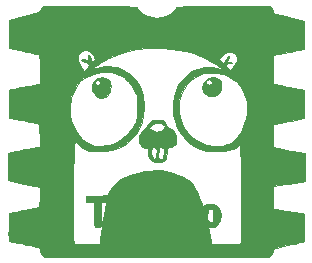
<source format=gbr>
G04 #@! TF.GenerationSoftware,KiCad,Pcbnew,5.1.5+dfsg1-2build2*
G04 #@! TF.CreationDate,2021-05-24T09:01:55+02:00*
G04 #@! TF.ProjectId,gopher-pin-v3-drawing,676f7068-6572-42d7-9069-6e2d76332d64,rev?*
G04 #@! TF.SameCoordinates,Original*
G04 #@! TF.FileFunction,Copper,L1,Top*
G04 #@! TF.FilePolarity,Positive*
%FSLAX46Y46*%
G04 Gerber Fmt 4.6, Leading zero omitted, Abs format (unit mm)*
G04 Created by KiCad (PCBNEW 5.1.5+dfsg1-2build2) date 2021-05-24 09:01:55*
%MOMM*%
%LPD*%
G04 APERTURE LIST*
%ADD10C,0.010000*%
G04 APERTURE END LIST*
D10*
G36*
X-27002579Y48930816D02*
G01*
X-26909307Y48799379D01*
X-26838272Y48645366D01*
X-26829360Y48615981D01*
X-26817663Y48566876D01*
X-26806467Y48526401D01*
X-26788009Y48491770D01*
X-26754524Y48460199D01*
X-26698249Y48428903D01*
X-26611419Y48395097D01*
X-26486271Y48355996D01*
X-26315039Y48308815D01*
X-26089962Y48250770D01*
X-25803274Y48179075D01*
X-25447211Y48090945D01*
X-25183896Y48025761D01*
X-24184625Y47778046D01*
X-24160996Y46611440D01*
X-24155797Y46305451D01*
X-24152985Y46027560D01*
X-24152521Y45788887D01*
X-24154362Y45600550D01*
X-24158467Y45473669D01*
X-24164794Y45419361D01*
X-24165434Y45418447D01*
X-24212347Y45403671D01*
X-24332023Y45374268D01*
X-24514260Y45332510D01*
X-24748859Y45280667D01*
X-25025618Y45221012D01*
X-25334336Y45155816D01*
X-25495250Y45122315D01*
X-26797000Y44852569D01*
X-26797000Y42466108D01*
X-26490083Y42399024D01*
X-26358880Y42370716D01*
X-26161387Y42328586D01*
X-25914187Y42276148D01*
X-25633862Y42216916D01*
X-25336996Y42154403D01*
X-25195597Y42124706D01*
X-24918462Y42066086D01*
X-24670275Y42012701D01*
X-24462607Y41967111D01*
X-24307030Y41931879D01*
X-24215117Y41909568D01*
X-24194938Y41903153D01*
X-24190931Y41858776D01*
X-24186171Y41740689D01*
X-24180939Y41559842D01*
X-24175513Y41327182D01*
X-24170172Y41053661D01*
X-24165195Y40750228D01*
X-24164711Y40717489D01*
X-24147574Y39546145D01*
X-25271203Y39328104D01*
X-25580281Y39267985D01*
X-25872203Y39210937D01*
X-26133560Y39159602D01*
X-26350942Y39116621D01*
X-26510940Y39084634D01*
X-26595916Y39067190D01*
X-26797000Y39024317D01*
X-26797000Y37059809D01*
X-25643416Y36855726D01*
X-25330042Y36800079D01*
X-25034046Y36747130D01*
X-24768652Y36699274D01*
X-24547083Y36658908D01*
X-24382562Y36628426D01*
X-24288750Y36610313D01*
X-24087666Y36568984D01*
X-24087666Y34214380D01*
X-24331083Y34171527D01*
X-24439235Y34153090D01*
X-24616720Y34123540D01*
X-24849281Y34085219D01*
X-25122662Y34040470D01*
X-25422605Y33991634D01*
X-25685750Y33948989D01*
X-26797000Y33769304D01*
X-26797000Y31878613D01*
X-26701750Y31857795D01*
X-26635527Y31846027D01*
X-26497671Y31823519D01*
X-26300267Y31792177D01*
X-26055399Y31753901D01*
X-25775152Y31710596D01*
X-25484666Y31666151D01*
X-25181857Y31619781D01*
X-24902850Y31576564D01*
X-24659731Y31538412D01*
X-24464584Y31507234D01*
X-24329494Y31484942D01*
X-24267583Y31473689D01*
X-24172333Y31452053D01*
X-24172333Y29129313D01*
X-24309916Y29091889D01*
X-24386147Y29072106D01*
X-24532555Y29034969D01*
X-24737135Y28983491D01*
X-24987884Y28920683D01*
X-25272797Y28849559D01*
X-25579871Y28773130D01*
X-25615169Y28764358D01*
X-26782839Y28474251D01*
X-26851770Y28281209D01*
X-26923479Y28128849D01*
X-27018063Y27984864D01*
X-27046964Y27950583D01*
X-27173227Y27813000D01*
X-46223691Y27813000D01*
X-46330369Y27952862D01*
X-46440417Y28124436D01*
X-46522787Y28305316D01*
X-46564208Y28464612D01*
X-46566666Y28502862D01*
X-46569330Y28531276D01*
X-46583025Y28556194D01*
X-46616312Y28580011D01*
X-46677751Y28605120D01*
X-46775900Y28633914D01*
X-46919319Y28668788D01*
X-47116567Y28712134D01*
X-47376204Y28766346D01*
X-47706790Y28833818D01*
X-47864805Y28865866D01*
X-48185277Y28931199D01*
X-48478887Y28991791D01*
X-48735390Y29045471D01*
X-48944543Y29090067D01*
X-49096099Y29123406D01*
X-49179815Y29143316D01*
X-49192902Y29147470D01*
X-49198936Y29191954D01*
X-49202975Y29307791D01*
X-49205180Y29481695D01*
X-49205715Y29700381D01*
X-49204740Y29950561D01*
X-49202420Y30218949D01*
X-49198914Y30492261D01*
X-49194386Y30757209D01*
X-49188998Y31000508D01*
X-49182912Y31208871D01*
X-49176290Y31369012D01*
X-49169294Y31467645D01*
X-49164281Y31492955D01*
X-49120168Y31504843D01*
X-49002983Y31529870D01*
X-48822956Y31566032D01*
X-48590315Y31611321D01*
X-48315291Y31663732D01*
X-48008112Y31721257D01*
X-47867933Y31747206D01*
X-46587833Y31983334D01*
X-46576421Y32851591D01*
X-46570092Y33333122D01*
X-43762579Y33333122D01*
X-43762344Y32758252D01*
X-43759258Y32171241D01*
X-43753400Y31586580D01*
X-43744849Y31018763D01*
X-43733682Y30482282D01*
X-43719978Y29991630D01*
X-43703815Y29561299D01*
X-43702785Y29538083D01*
X-43674820Y28913666D01*
X-41457062Y28913666D01*
X-41428393Y29385692D01*
X-41407610Y29622194D01*
X-41371474Y29921947D01*
X-41323156Y30265584D01*
X-41265825Y30633740D01*
X-41202650Y31007048D01*
X-41136799Y31366144D01*
X-41129753Y31401238D01*
X-32377756Y31401238D01*
X-32374158Y31185468D01*
X-32357090Y31016082D01*
X-32330807Y30908094D01*
X-32288074Y30838258D01*
X-32257165Y30809478D01*
X-32134398Y30756700D01*
X-32010603Y30782450D01*
X-31929916Y30852199D01*
X-31899410Y30935394D01*
X-31879427Y31077260D01*
X-31870196Y31252427D01*
X-31871944Y31435528D01*
X-31884900Y31601194D01*
X-31909291Y31724057D01*
X-31921798Y31754606D01*
X-32006284Y31831253D01*
X-32130479Y31848497D01*
X-32202410Y31831286D01*
X-32290887Y31754959D01*
X-32350227Y31608260D01*
X-32377756Y31401238D01*
X-41129753Y31401238D01*
X-41071443Y31691661D01*
X-41009751Y31964233D01*
X-41000036Y32003198D01*
X-40955770Y32179047D01*
X-40920555Y32321257D01*
X-40898800Y32411883D01*
X-40893942Y32435005D01*
X-40932113Y32440009D01*
X-41030658Y32438773D01*
X-41126775Y32433999D01*
X-41359666Y32419497D01*
X-41359666Y31390778D01*
X-41359499Y31060584D01*
X-41360760Y30805413D01*
X-41366091Y30615631D01*
X-41378137Y30481602D01*
X-41399540Y30393693D01*
X-41432944Y30342269D01*
X-41480993Y30317694D01*
X-41546329Y30310335D01*
X-41631596Y30310556D01*
X-41656000Y30310666D01*
X-41746512Y30310052D01*
X-41816479Y30314623D01*
X-41868536Y30334007D01*
X-41905319Y30377827D01*
X-41929464Y30455710D01*
X-41943606Y30577279D01*
X-41950379Y30752160D01*
X-41952421Y30989977D01*
X-41952366Y31300357D01*
X-41952333Y31392915D01*
X-41952333Y32423772D01*
X-42280416Y32436136D01*
X-42608500Y32448500D01*
X-42608500Y32956500D01*
X-41683269Y32977666D01*
X-40758039Y32998833D01*
X-40660694Y33257909D01*
X-40537544Y33539808D01*
X-40392455Y33770683D01*
X-40202810Y33984173D01*
X-40119122Y34063392D01*
X-39841233Y34274841D01*
X-39493933Y34471123D01*
X-39091676Y34648697D01*
X-38648914Y34804024D01*
X-38180101Y34933562D01*
X-37699691Y35033772D01*
X-37222137Y35101114D01*
X-36761893Y35132046D01*
X-36333411Y35123029D01*
X-35981759Y35076819D01*
X-35620950Y34993057D01*
X-35255503Y34886203D01*
X-34898552Y34761881D01*
X-34563228Y34625715D01*
X-34262665Y34483329D01*
X-34009996Y34340346D01*
X-33818352Y34202390D01*
X-33727190Y34111388D01*
X-33614679Y33949757D01*
X-33483899Y33723359D01*
X-33342679Y33447967D01*
X-33198847Y33139359D01*
X-33060230Y32813310D01*
X-32975568Y32596666D01*
X-32904626Y32409042D01*
X-32844807Y32252556D01*
X-32802176Y32142956D01*
X-32782800Y32095989D01*
X-32782517Y32095518D01*
X-32743980Y32106740D01*
X-32655963Y32151034D01*
X-32585687Y32190768D01*
X-32440895Y32260591D01*
X-32291058Y32293519D01*
X-32136504Y32300333D01*
X-31888030Y32281183D01*
X-31693803Y32217684D01*
X-31531107Y32100770D01*
X-31465898Y32032629D01*
X-31345152Y31856410D01*
X-31273249Y31649575D01*
X-31243914Y31391697D01*
X-31242472Y31305500D01*
X-31260764Y31029226D01*
X-31319824Y30809849D01*
X-31425929Y30626942D01*
X-31465898Y30578370D01*
X-31641031Y30423726D01*
X-31843337Y30337378D01*
X-32091836Y30310666D01*
X-32220135Y30306132D01*
X-32280013Y30289030D01*
X-32287401Y30254113D01*
X-32284978Y30247045D01*
X-32267693Y30183105D01*
X-32237981Y30054047D01*
X-32199816Y29877815D01*
X-32157172Y29672354D01*
X-32151377Y29643795D01*
X-32108513Y29432182D01*
X-32070260Y29243762D01*
X-32040531Y29097781D01*
X-32023240Y29013484D01*
X-32022289Y29008916D01*
X-32002387Y28913666D01*
X-29594836Y28913666D01*
X-29561168Y29072416D01*
X-29554938Y29144498D01*
X-29549406Y29293563D01*
X-29544567Y29511931D01*
X-29540418Y29791923D01*
X-29536954Y30125859D01*
X-29534170Y30506059D01*
X-29532063Y30924842D01*
X-29530628Y31374529D01*
X-29529859Y31847439D01*
X-29529754Y32335892D01*
X-29530308Y32832210D01*
X-29531516Y33328710D01*
X-29533373Y33817714D01*
X-29535876Y34291542D01*
X-29539020Y34742512D01*
X-29542801Y35162947D01*
X-29547215Y35545164D01*
X-29552256Y35881485D01*
X-29557920Y36164229D01*
X-29564204Y36385716D01*
X-29565364Y36417513D01*
X-29600390Y37338526D01*
X-29752513Y37204960D01*
X-29978614Y37041495D01*
X-30246588Y36914923D01*
X-30564911Y36823122D01*
X-30942058Y36763973D01*
X-31386506Y36735356D01*
X-31644166Y36731836D01*
X-31991131Y36736905D01*
X-32274632Y36754289D01*
X-32515451Y36787873D01*
X-32734370Y36841545D01*
X-32952171Y36919192D01*
X-33176256Y37018362D01*
X-33669340Y37294660D01*
X-34101716Y37628434D01*
X-34471231Y38017561D01*
X-34775727Y38459916D01*
X-34920472Y38737412D01*
X-35120512Y39261311D01*
X-35240388Y39806652D01*
X-35276787Y40321382D01*
X-34764067Y40321382D01*
X-34748173Y40002383D01*
X-34712150Y39726219D01*
X-34697376Y39656133D01*
X-34539216Y39158232D01*
X-34313371Y38704095D01*
X-34026180Y38298842D01*
X-33683981Y37947593D01*
X-33293110Y37655467D01*
X-32859906Y37427584D01*
X-32390706Y37269065D01*
X-31891847Y37185029D01*
X-31623000Y37172467D01*
X-31404291Y37178224D01*
X-31177996Y37195586D01*
X-30984311Y37221183D01*
X-30939571Y37229752D01*
X-30629657Y37318294D01*
X-30367981Y37448940D01*
X-30121975Y37638523D01*
X-30087694Y37670011D01*
X-29786985Y37997700D01*
X-29530766Y38379669D01*
X-29314201Y38824316D01*
X-29139813Y39315640D01*
X-29093414Y39478014D01*
X-29061483Y39621591D01*
X-29041318Y39769506D01*
X-29030217Y39944895D01*
X-29025477Y40170896D01*
X-29024678Y40301333D01*
X-29029431Y40637244D01*
X-29049665Y40913335D01*
X-29090413Y41153807D01*
X-29156710Y41382859D01*
X-29253589Y41624693D01*
X-29337264Y41804166D01*
X-29585596Y42224363D01*
X-29894823Y42589079D01*
X-30259343Y42892560D01*
X-30586148Y43086960D01*
X-30793591Y43183983D01*
X-30989089Y43256111D01*
X-31192970Y43307651D01*
X-31425563Y43342908D01*
X-31707195Y43366189D01*
X-31961666Y43378336D01*
X-32617833Y43403493D01*
X-32946000Y43271827D01*
X-33402322Y43048508D01*
X-33793993Y42770534D01*
X-34121256Y42437617D01*
X-34384357Y42049473D01*
X-34583540Y41605814D01*
X-34692013Y41232666D01*
X-34735884Y40966797D01*
X-34759937Y40652945D01*
X-34764067Y40321382D01*
X-35276787Y40321382D01*
X-35280743Y40377313D01*
X-35262160Y40792386D01*
X-35176398Y41361519D01*
X-35025964Y41881448D01*
X-34812495Y42349556D01*
X-34537625Y42763227D01*
X-34202990Y43119842D01*
X-33810226Y43416785D01*
X-33521212Y43578191D01*
X-33191937Y43727092D01*
X-32898243Y43827631D01*
X-32618480Y43882006D01*
X-32331000Y43892415D01*
X-32014152Y43861056D01*
X-31646288Y43790127D01*
X-31580946Y43775183D01*
X-31381597Y43730037D01*
X-31214438Y43694499D01*
X-31095375Y43671779D01*
X-31040312Y43665089D01*
X-31038541Y43665681D01*
X-31061034Y43697523D01*
X-31143473Y43763717D01*
X-31272758Y43855803D01*
X-31435789Y43965323D01*
X-31619466Y44083818D01*
X-31810690Y44202830D01*
X-31996359Y44313900D01*
X-32163374Y44408569D01*
X-32293091Y44475735D01*
X-32420666Y44533173D01*
X-31427495Y44533173D01*
X-31239498Y44340860D01*
X-31051500Y44148547D01*
X-30932546Y44288690D01*
X-30841688Y44416269D01*
X-30753627Y44571673D01*
X-30726250Y44629916D01*
X-30666309Y44744045D01*
X-30608123Y44816907D01*
X-30580620Y44831000D01*
X-30532860Y44809967D01*
X-30531070Y44741401D01*
X-30576459Y44617099D01*
X-30627989Y44510091D01*
X-30685851Y44395914D01*
X-30724303Y44319796D01*
X-30733823Y44300714D01*
X-30696640Y44303402D01*
X-30604189Y44311470D01*
X-30575250Y44314094D01*
X-30423835Y44304335D01*
X-30331833Y44263643D01*
X-30288097Y44225227D01*
X-30295892Y44205776D01*
X-30367692Y44198600D01*
X-30455500Y44197346D01*
X-30631025Y44174721D01*
X-30755532Y44114482D01*
X-30815363Y44024275D01*
X-30818666Y43994065D01*
X-30788430Y43931509D01*
X-30713629Y43842243D01*
X-30618127Y43749416D01*
X-30525785Y43676179D01*
X-30460468Y43645682D01*
X-30459545Y43645666D01*
X-30400879Y43671329D01*
X-30310278Y43735485D01*
X-30278180Y43762083D01*
X-30184831Y43860807D01*
X-30076976Y44001359D01*
X-29990925Y44132500D01*
X-29908467Y44279130D01*
X-29866266Y44386763D01*
X-29855575Y44485444D01*
X-29863006Y44571911D01*
X-29899680Y44726389D01*
X-29959523Y44872436D01*
X-29973630Y44897138D01*
X-30098172Y45026955D01*
X-30272284Y45118610D01*
X-30464654Y45158981D01*
X-30581818Y45152046D01*
X-30697537Y45108265D01*
X-30851689Y45020462D01*
X-31022151Y44903786D01*
X-31186800Y44773386D01*
X-31323511Y44644413D01*
X-31324164Y44643715D01*
X-31427495Y44533173D01*
X-32420666Y44533173D01*
X-32960188Y44776080D01*
X-33590223Y45016873D01*
X-34201732Y45202417D01*
X-34813251Y45337013D01*
X-35443316Y45424964D01*
X-36110463Y45470571D01*
X-36618333Y45479607D01*
X-37497555Y45449141D01*
X-38333739Y45358705D01*
X-39122049Y45209269D01*
X-39857647Y45001805D01*
X-40535699Y44737286D01*
X-40703500Y44658540D01*
X-40828346Y44592295D01*
X-40987012Y44500081D01*
X-41167565Y44389778D01*
X-41358072Y44269264D01*
X-41546600Y44146416D01*
X-41721216Y44029114D01*
X-41869988Y43925236D01*
X-41980983Y43842660D01*
X-42042267Y43789264D01*
X-42045286Y43772666D01*
X-41987003Y43779246D01*
X-41862679Y43797225D01*
X-41689770Y43823967D01*
X-41485728Y43856833D01*
X-41455836Y43861746D01*
X-41026979Y43918526D01*
X-40655957Y43935506D01*
X-40325397Y43911778D01*
X-40017927Y43846431D01*
X-39807133Y43775438D01*
X-39357091Y43557380D01*
X-38952374Y43267933D01*
X-38593319Y42907429D01*
X-38280262Y42476204D01*
X-38027547Y42005192D01*
X-37919190Y41736036D01*
X-37841966Y41457186D01*
X-37793304Y41151357D01*
X-37770630Y40801262D01*
X-37771372Y40389614D01*
X-37774004Y40301333D01*
X-37790653Y39952812D01*
X-37818051Y39665925D01*
X-37861374Y39417825D01*
X-37925801Y39185662D01*
X-38016509Y38946589D01*
X-38138673Y38677757D01*
X-38144755Y38665088D01*
X-38397123Y38233594D01*
X-38715844Y37840925D01*
X-39089667Y37495865D01*
X-39507342Y37207196D01*
X-39957617Y36983702D01*
X-40429243Y36834165D01*
X-40513000Y36816281D01*
X-40914722Y36755962D01*
X-41347190Y36724032D01*
X-41771636Y36722286D01*
X-42079333Y36743822D01*
X-42409732Y36800392D01*
X-42694681Y36896878D01*
X-42959542Y37045034D01*
X-43229674Y37256616D01*
X-43277187Y37299051D01*
X-43405294Y37410528D01*
X-43509699Y37492646D01*
X-43575354Y37533993D01*
X-43589159Y37535618D01*
X-43604305Y37479253D01*
X-43620993Y37340019D01*
X-43639112Y37119698D01*
X-43658552Y36820072D01*
X-43679202Y36442924D01*
X-43700949Y35990035D01*
X-43723683Y35463187D01*
X-43733458Y35221333D01*
X-43745404Y34839956D01*
X-43754188Y34388466D01*
X-43759887Y33881358D01*
X-43762579Y33333122D01*
X-46570092Y33333122D01*
X-46565009Y33719849D01*
X-47927060Y33990851D01*
X-49289112Y34261853D01*
X-49260160Y35427212D01*
X-49251933Y35732570D01*
X-49243248Y36009391D01*
X-49234551Y36246640D01*
X-49226286Y36433286D01*
X-49218898Y36558297D01*
X-49212833Y36610640D01*
X-49212388Y36611389D01*
X-49169538Y36622198D01*
X-49055668Y36646464D01*
X-48882932Y36681819D01*
X-48663486Y36725892D01*
X-48409482Y36776314D01*
X-48133076Y36830713D01*
X-47846421Y36886721D01*
X-47561672Y36941966D01*
X-47290983Y36994079D01*
X-47046509Y37040689D01*
X-46840403Y37079428D01*
X-46684820Y37107923D01*
X-46591914Y37123807D01*
X-46571790Y37126309D01*
X-46565945Y37166209D01*
X-46563246Y37276253D01*
X-46563311Y37441992D01*
X-46565761Y37648978D01*
X-46570215Y37882760D01*
X-46576294Y38128891D01*
X-46583616Y38372921D01*
X-46591801Y38600400D01*
X-46600469Y38796881D01*
X-46609239Y38947914D01*
X-46617732Y39039049D01*
X-46622668Y39059113D01*
X-46670690Y39074943D01*
X-46790378Y39104068D01*
X-46970216Y39143990D01*
X-47198691Y39192211D01*
X-47464285Y39246233D01*
X-47699459Y39292673D01*
X-48000122Y39351358D01*
X-48285468Y39407210D01*
X-48541054Y39457390D01*
X-48752439Y39499057D01*
X-48905178Y39529374D01*
X-48969083Y39542242D01*
X-49191333Y39587669D01*
X-49191333Y40301333D01*
X-44003319Y40301333D01*
X-43999870Y40033404D01*
X-43988668Y39825281D01*
X-43967112Y39652257D01*
X-43932602Y39489629D01*
X-43908431Y39400120D01*
X-43741021Y38920851D01*
X-43527514Y38485856D01*
X-43273746Y38101795D01*
X-42985551Y37775323D01*
X-42668767Y37513097D01*
X-42329227Y37321776D01*
X-41990081Y37211585D01*
X-41796548Y37189082D01*
X-41547640Y37186992D01*
X-41269716Y37203638D01*
X-40989134Y37237342D01*
X-40732253Y37286426D01*
X-40703500Y37293465D01*
X-40209584Y37460370D01*
X-39751547Y37700027D01*
X-39337228Y38005609D01*
X-38974469Y38370289D01*
X-38671107Y38787241D01*
X-38434984Y39249638D01*
X-38422847Y39279370D01*
X-38292674Y39602833D01*
X-38294417Y40449500D01*
X-38295818Y40745673D01*
X-38299476Y40971832D01*
X-38306647Y41142621D01*
X-38318589Y41272685D01*
X-38336556Y41376671D01*
X-38361806Y41469225D01*
X-38388479Y41545919D01*
X-38570619Y41955382D01*
X-38801801Y42317921D01*
X-39098825Y42659437D01*
X-39133013Y42693645D01*
X-39467989Y42984653D01*
X-39813759Y43200121D01*
X-40184239Y43345617D01*
X-40593350Y43426712D01*
X-41021000Y43449214D01*
X-41393353Y43431925D01*
X-41728645Y43377733D01*
X-42058243Y43279235D01*
X-42413516Y43129028D01*
X-42448745Y43112278D01*
X-42819136Y42900658D01*
X-43128681Y42645714D01*
X-43389277Y42335343D01*
X-43612821Y41957438D01*
X-43642040Y41898032D01*
X-43784693Y41583355D01*
X-43885684Y41308670D01*
X-43951391Y41045781D01*
X-43988194Y40766494D01*
X-44002473Y40442614D01*
X-44003319Y40301333D01*
X-49191333Y40301333D01*
X-49191333Y41943155D01*
X-49096083Y41966142D01*
X-49028977Y41980385D01*
X-48891435Y42008094D01*
X-48696165Y42046763D01*
X-48455876Y42093885D01*
X-48183279Y42146952D01*
X-47984833Y42185368D01*
X-47689803Y42242518D01*
X-47411314Y42296769D01*
X-47163796Y42345288D01*
X-46961674Y42385241D01*
X-46819379Y42413792D01*
X-46767750Y42424478D01*
X-46566666Y42467349D01*
X-46566666Y43686979D01*
X-46567515Y44059945D01*
X-46570267Y44355512D01*
X-46575232Y44580933D01*
X-46581619Y44719575D01*
X-43339366Y44719575D01*
X-43315721Y44474882D01*
X-43214624Y44198684D01*
X-43208110Y44185234D01*
X-43122283Y44021670D01*
X-43028002Y43860659D01*
X-42936456Y43719245D01*
X-42858833Y43614473D01*
X-42806325Y43563386D01*
X-42798309Y43561000D01*
X-42753587Y43590714D01*
X-42675317Y43667284D01*
X-42610234Y43739781D01*
X-42485880Y43904856D01*
X-42430565Y44033220D01*
X-42442107Y44133951D01*
X-42499305Y44201791D01*
X-42606465Y44261722D01*
X-42739463Y44304206D01*
X-42749104Y44306054D01*
X-42912539Y44345146D01*
X-43001995Y44393652D01*
X-43028131Y44458799D01*
X-43023077Y44491779D01*
X-42971291Y44562663D01*
X-42872515Y44564464D01*
X-42756666Y44513500D01*
X-42641259Y44466363D01*
X-42536554Y44453730D01*
X-42468519Y44476517D01*
X-42456231Y44502916D01*
X-42455420Y44577834D01*
X-42458691Y44694472D01*
X-42459742Y44718363D01*
X-42458436Y44823807D01*
X-42434702Y44865663D01*
X-42389760Y44866242D01*
X-42333728Y44826521D01*
X-42285803Y44722721D01*
X-42254373Y44608462D01*
X-42205725Y44451882D01*
X-42148945Y44375090D01*
X-42076511Y44373208D01*
X-41987417Y44435394D01*
X-41920871Y44537971D01*
X-41927000Y44664745D01*
X-42006622Y44822871D01*
X-42036674Y44866165D01*
X-42217043Y45063788D01*
X-42418079Y45198157D01*
X-42627410Y45268621D01*
X-42832664Y45274534D01*
X-43021469Y45215244D01*
X-43181453Y45090104D01*
X-43285444Y44931674D01*
X-43339366Y44719575D01*
X-46581619Y44719575D01*
X-46582720Y44743461D01*
X-46593040Y44850349D01*
X-46606504Y44908848D01*
X-46619583Y44925626D01*
X-46673053Y44938345D01*
X-46798933Y44965195D01*
X-46986552Y45003995D01*
X-47225238Y45052564D01*
X-47504321Y45108722D01*
X-47813130Y45170288D01*
X-47932559Y45193956D01*
X-49192618Y45443267D01*
X-49170166Y47814665D01*
X-47879148Y48175309D01*
X-46588129Y48535953D01*
X-46518322Y48683726D01*
X-46439015Y48819628D01*
X-46343604Y48944306D01*
X-46340278Y48947916D01*
X-46232043Y49064333D01*
X-44335605Y49060616D01*
X-43813149Y49058963D01*
X-43278893Y49056099D01*
X-42739710Y49052139D01*
X-42202470Y49047197D01*
X-41674046Y49041390D01*
X-41161310Y49034832D01*
X-40671133Y49027640D01*
X-40210388Y49019927D01*
X-39785946Y49011810D01*
X-39404680Y49003403D01*
X-39073460Y48994823D01*
X-38799160Y48986185D01*
X-38588650Y48977603D01*
X-38448803Y48969193D01*
X-38386491Y48961071D01*
X-38385750Y48960771D01*
X-38323530Y48909655D01*
X-38311666Y48876357D01*
X-38278399Y48796693D01*
X-38189427Y48688164D01*
X-38060997Y48566532D01*
X-37909357Y48447558D01*
X-37787805Y48368153D01*
X-37403072Y48176558D01*
X-37028085Y48065832D01*
X-36654401Y48035744D01*
X-36273581Y48086065D01*
X-35877181Y48216565D01*
X-35672936Y48310591D01*
X-35524084Y48398266D01*
X-35371486Y48509796D01*
X-35232052Y48629996D01*
X-35122687Y48743687D01*
X-35060299Y48835684D01*
X-35052000Y48868190D01*
X-35017816Y48933747D01*
X-34977916Y48960771D01*
X-34918656Y48968883D01*
X-34781598Y48977286D01*
X-34573613Y48985864D01*
X-34301569Y48994503D01*
X-33972336Y49003087D01*
X-33592782Y49011502D01*
X-33169776Y49019631D01*
X-32710188Y49027360D01*
X-32220886Y49034574D01*
X-31708740Y49041157D01*
X-31180618Y49046993D01*
X-30643389Y49051969D01*
X-30103923Y49055968D01*
X-29569089Y49058875D01*
X-29045755Y49060576D01*
X-29025901Y49060616D01*
X-27127302Y49064333D01*
X-27002579Y48930816D01*
G37*
X-27002579Y48930816D02*
X-26909307Y48799379D01*
X-26838272Y48645366D01*
X-26829360Y48615981D01*
X-26817663Y48566876D01*
X-26806467Y48526401D01*
X-26788009Y48491770D01*
X-26754524Y48460199D01*
X-26698249Y48428903D01*
X-26611419Y48395097D01*
X-26486271Y48355996D01*
X-26315039Y48308815D01*
X-26089962Y48250770D01*
X-25803274Y48179075D01*
X-25447211Y48090945D01*
X-25183896Y48025761D01*
X-24184625Y47778046D01*
X-24160996Y46611440D01*
X-24155797Y46305451D01*
X-24152985Y46027560D01*
X-24152521Y45788887D01*
X-24154362Y45600550D01*
X-24158467Y45473669D01*
X-24164794Y45419361D01*
X-24165434Y45418447D01*
X-24212347Y45403671D01*
X-24332023Y45374268D01*
X-24514260Y45332510D01*
X-24748859Y45280667D01*
X-25025618Y45221012D01*
X-25334336Y45155816D01*
X-25495250Y45122315D01*
X-26797000Y44852569D01*
X-26797000Y42466108D01*
X-26490083Y42399024D01*
X-26358880Y42370716D01*
X-26161387Y42328586D01*
X-25914187Y42276148D01*
X-25633862Y42216916D01*
X-25336996Y42154403D01*
X-25195597Y42124706D01*
X-24918462Y42066086D01*
X-24670275Y42012701D01*
X-24462607Y41967111D01*
X-24307030Y41931879D01*
X-24215117Y41909568D01*
X-24194938Y41903153D01*
X-24190931Y41858776D01*
X-24186171Y41740689D01*
X-24180939Y41559842D01*
X-24175513Y41327182D01*
X-24170172Y41053661D01*
X-24165195Y40750228D01*
X-24164711Y40717489D01*
X-24147574Y39546145D01*
X-25271203Y39328104D01*
X-25580281Y39267985D01*
X-25872203Y39210937D01*
X-26133560Y39159602D01*
X-26350942Y39116621D01*
X-26510940Y39084634D01*
X-26595916Y39067190D01*
X-26797000Y39024317D01*
X-26797000Y37059809D01*
X-25643416Y36855726D01*
X-25330042Y36800079D01*
X-25034046Y36747130D01*
X-24768652Y36699274D01*
X-24547083Y36658908D01*
X-24382562Y36628426D01*
X-24288750Y36610313D01*
X-24087666Y36568984D01*
X-24087666Y34214380D01*
X-24331083Y34171527D01*
X-24439235Y34153090D01*
X-24616720Y34123540D01*
X-24849281Y34085219D01*
X-25122662Y34040470D01*
X-25422605Y33991634D01*
X-25685750Y33948989D01*
X-26797000Y33769304D01*
X-26797000Y31878613D01*
X-26701750Y31857795D01*
X-26635527Y31846027D01*
X-26497671Y31823519D01*
X-26300267Y31792177D01*
X-26055399Y31753901D01*
X-25775152Y31710596D01*
X-25484666Y31666151D01*
X-25181857Y31619781D01*
X-24902850Y31576564D01*
X-24659731Y31538412D01*
X-24464584Y31507234D01*
X-24329494Y31484942D01*
X-24267583Y31473689D01*
X-24172333Y31452053D01*
X-24172333Y29129313D01*
X-24309916Y29091889D01*
X-24386147Y29072106D01*
X-24532555Y29034969D01*
X-24737135Y28983491D01*
X-24987884Y28920683D01*
X-25272797Y28849559D01*
X-25579871Y28773130D01*
X-25615169Y28764358D01*
X-26782839Y28474251D01*
X-26851770Y28281209D01*
X-26923479Y28128849D01*
X-27018063Y27984864D01*
X-27046964Y27950583D01*
X-27173227Y27813000D01*
X-46223691Y27813000D01*
X-46330369Y27952862D01*
X-46440417Y28124436D01*
X-46522787Y28305316D01*
X-46564208Y28464612D01*
X-46566666Y28502862D01*
X-46569330Y28531276D01*
X-46583025Y28556194D01*
X-46616312Y28580011D01*
X-46677751Y28605120D01*
X-46775900Y28633914D01*
X-46919319Y28668788D01*
X-47116567Y28712134D01*
X-47376204Y28766346D01*
X-47706790Y28833818D01*
X-47864805Y28865866D01*
X-48185277Y28931199D01*
X-48478887Y28991791D01*
X-48735390Y29045471D01*
X-48944543Y29090067D01*
X-49096099Y29123406D01*
X-49179815Y29143316D01*
X-49192902Y29147470D01*
X-49198936Y29191954D01*
X-49202975Y29307791D01*
X-49205180Y29481695D01*
X-49205715Y29700381D01*
X-49204740Y29950561D01*
X-49202420Y30218949D01*
X-49198914Y30492261D01*
X-49194386Y30757209D01*
X-49188998Y31000508D01*
X-49182912Y31208871D01*
X-49176290Y31369012D01*
X-49169294Y31467645D01*
X-49164281Y31492955D01*
X-49120168Y31504843D01*
X-49002983Y31529870D01*
X-48822956Y31566032D01*
X-48590315Y31611321D01*
X-48315291Y31663732D01*
X-48008112Y31721257D01*
X-47867933Y31747206D01*
X-46587833Y31983334D01*
X-46576421Y32851591D01*
X-46570092Y33333122D01*
X-43762579Y33333122D01*
X-43762344Y32758252D01*
X-43759258Y32171241D01*
X-43753400Y31586580D01*
X-43744849Y31018763D01*
X-43733682Y30482282D01*
X-43719978Y29991630D01*
X-43703815Y29561299D01*
X-43702785Y29538083D01*
X-43674820Y28913666D01*
X-41457062Y28913666D01*
X-41428393Y29385692D01*
X-41407610Y29622194D01*
X-41371474Y29921947D01*
X-41323156Y30265584D01*
X-41265825Y30633740D01*
X-41202650Y31007048D01*
X-41136799Y31366144D01*
X-41129753Y31401238D01*
X-32377756Y31401238D01*
X-32374158Y31185468D01*
X-32357090Y31016082D01*
X-32330807Y30908094D01*
X-32288074Y30838258D01*
X-32257165Y30809478D01*
X-32134398Y30756700D01*
X-32010603Y30782450D01*
X-31929916Y30852199D01*
X-31899410Y30935394D01*
X-31879427Y31077260D01*
X-31870196Y31252427D01*
X-31871944Y31435528D01*
X-31884900Y31601194D01*
X-31909291Y31724057D01*
X-31921798Y31754606D01*
X-32006284Y31831253D01*
X-32130479Y31848497D01*
X-32202410Y31831286D01*
X-32290887Y31754959D01*
X-32350227Y31608260D01*
X-32377756Y31401238D01*
X-41129753Y31401238D01*
X-41071443Y31691661D01*
X-41009751Y31964233D01*
X-41000036Y32003198D01*
X-40955770Y32179047D01*
X-40920555Y32321257D01*
X-40898800Y32411883D01*
X-40893942Y32435005D01*
X-40932113Y32440009D01*
X-41030658Y32438773D01*
X-41126775Y32433999D01*
X-41359666Y32419497D01*
X-41359666Y31390778D01*
X-41359499Y31060584D01*
X-41360760Y30805413D01*
X-41366091Y30615631D01*
X-41378137Y30481602D01*
X-41399540Y30393693D01*
X-41432944Y30342269D01*
X-41480993Y30317694D01*
X-41546329Y30310335D01*
X-41631596Y30310556D01*
X-41656000Y30310666D01*
X-41746512Y30310052D01*
X-41816479Y30314623D01*
X-41868536Y30334007D01*
X-41905319Y30377827D01*
X-41929464Y30455710D01*
X-41943606Y30577279D01*
X-41950379Y30752160D01*
X-41952421Y30989977D01*
X-41952366Y31300357D01*
X-41952333Y31392915D01*
X-41952333Y32423772D01*
X-42280416Y32436136D01*
X-42608500Y32448500D01*
X-42608500Y32956500D01*
X-41683269Y32977666D01*
X-40758039Y32998833D01*
X-40660694Y33257909D01*
X-40537544Y33539808D01*
X-40392455Y33770683D01*
X-40202810Y33984173D01*
X-40119122Y34063392D01*
X-39841233Y34274841D01*
X-39493933Y34471123D01*
X-39091676Y34648697D01*
X-38648914Y34804024D01*
X-38180101Y34933562D01*
X-37699691Y35033772D01*
X-37222137Y35101114D01*
X-36761893Y35132046D01*
X-36333411Y35123029D01*
X-35981759Y35076819D01*
X-35620950Y34993057D01*
X-35255503Y34886203D01*
X-34898552Y34761881D01*
X-34563228Y34625715D01*
X-34262665Y34483329D01*
X-34009996Y34340346D01*
X-33818352Y34202390D01*
X-33727190Y34111388D01*
X-33614679Y33949757D01*
X-33483899Y33723359D01*
X-33342679Y33447967D01*
X-33198847Y33139359D01*
X-33060230Y32813310D01*
X-32975568Y32596666D01*
X-32904626Y32409042D01*
X-32844807Y32252556D01*
X-32802176Y32142956D01*
X-32782800Y32095989D01*
X-32782517Y32095518D01*
X-32743980Y32106740D01*
X-32655963Y32151034D01*
X-32585687Y32190768D01*
X-32440895Y32260591D01*
X-32291058Y32293519D01*
X-32136504Y32300333D01*
X-31888030Y32281183D01*
X-31693803Y32217684D01*
X-31531107Y32100770D01*
X-31465898Y32032629D01*
X-31345152Y31856410D01*
X-31273249Y31649575D01*
X-31243914Y31391697D01*
X-31242472Y31305500D01*
X-31260764Y31029226D01*
X-31319824Y30809849D01*
X-31425929Y30626942D01*
X-31465898Y30578370D01*
X-31641031Y30423726D01*
X-31843337Y30337378D01*
X-32091836Y30310666D01*
X-32220135Y30306132D01*
X-32280013Y30289030D01*
X-32287401Y30254113D01*
X-32284978Y30247045D01*
X-32267693Y30183105D01*
X-32237981Y30054047D01*
X-32199816Y29877815D01*
X-32157172Y29672354D01*
X-32151377Y29643795D01*
X-32108513Y29432182D01*
X-32070260Y29243762D01*
X-32040531Y29097781D01*
X-32023240Y29013484D01*
X-32022289Y29008916D01*
X-32002387Y28913666D01*
X-29594836Y28913666D01*
X-29561168Y29072416D01*
X-29554938Y29144498D01*
X-29549406Y29293563D01*
X-29544567Y29511931D01*
X-29540418Y29791923D01*
X-29536954Y30125859D01*
X-29534170Y30506059D01*
X-29532063Y30924842D01*
X-29530628Y31374529D01*
X-29529859Y31847439D01*
X-29529754Y32335892D01*
X-29530308Y32832210D01*
X-29531516Y33328710D01*
X-29533373Y33817714D01*
X-29535876Y34291542D01*
X-29539020Y34742512D01*
X-29542801Y35162947D01*
X-29547215Y35545164D01*
X-29552256Y35881485D01*
X-29557920Y36164229D01*
X-29564204Y36385716D01*
X-29565364Y36417513D01*
X-29600390Y37338526D01*
X-29752513Y37204960D01*
X-29978614Y37041495D01*
X-30246588Y36914923D01*
X-30564911Y36823122D01*
X-30942058Y36763973D01*
X-31386506Y36735356D01*
X-31644166Y36731836D01*
X-31991131Y36736905D01*
X-32274632Y36754289D01*
X-32515451Y36787873D01*
X-32734370Y36841545D01*
X-32952171Y36919192D01*
X-33176256Y37018362D01*
X-33669340Y37294660D01*
X-34101716Y37628434D01*
X-34471231Y38017561D01*
X-34775727Y38459916D01*
X-34920472Y38737412D01*
X-35120512Y39261311D01*
X-35240388Y39806652D01*
X-35276787Y40321382D01*
X-34764067Y40321382D01*
X-34748173Y40002383D01*
X-34712150Y39726219D01*
X-34697376Y39656133D01*
X-34539216Y39158232D01*
X-34313371Y38704095D01*
X-34026180Y38298842D01*
X-33683981Y37947593D01*
X-33293110Y37655467D01*
X-32859906Y37427584D01*
X-32390706Y37269065D01*
X-31891847Y37185029D01*
X-31623000Y37172467D01*
X-31404291Y37178224D01*
X-31177996Y37195586D01*
X-30984311Y37221183D01*
X-30939571Y37229752D01*
X-30629657Y37318294D01*
X-30367981Y37448940D01*
X-30121975Y37638523D01*
X-30087694Y37670011D01*
X-29786985Y37997700D01*
X-29530766Y38379669D01*
X-29314201Y38824316D01*
X-29139813Y39315640D01*
X-29093414Y39478014D01*
X-29061483Y39621591D01*
X-29041318Y39769506D01*
X-29030217Y39944895D01*
X-29025477Y40170896D01*
X-29024678Y40301333D01*
X-29029431Y40637244D01*
X-29049665Y40913335D01*
X-29090413Y41153807D01*
X-29156710Y41382859D01*
X-29253589Y41624693D01*
X-29337264Y41804166D01*
X-29585596Y42224363D01*
X-29894823Y42589079D01*
X-30259343Y42892560D01*
X-30586148Y43086960D01*
X-30793591Y43183983D01*
X-30989089Y43256111D01*
X-31192970Y43307651D01*
X-31425563Y43342908D01*
X-31707195Y43366189D01*
X-31961666Y43378336D01*
X-32617833Y43403493D01*
X-32946000Y43271827D01*
X-33402322Y43048508D01*
X-33793993Y42770534D01*
X-34121256Y42437617D01*
X-34384357Y42049473D01*
X-34583540Y41605814D01*
X-34692013Y41232666D01*
X-34735884Y40966797D01*
X-34759937Y40652945D01*
X-34764067Y40321382D01*
X-35276787Y40321382D01*
X-35280743Y40377313D01*
X-35262160Y40792386D01*
X-35176398Y41361519D01*
X-35025964Y41881448D01*
X-34812495Y42349556D01*
X-34537625Y42763227D01*
X-34202990Y43119842D01*
X-33810226Y43416785D01*
X-33521212Y43578191D01*
X-33191937Y43727092D01*
X-32898243Y43827631D01*
X-32618480Y43882006D01*
X-32331000Y43892415D01*
X-32014152Y43861056D01*
X-31646288Y43790127D01*
X-31580946Y43775183D01*
X-31381597Y43730037D01*
X-31214438Y43694499D01*
X-31095375Y43671779D01*
X-31040312Y43665089D01*
X-31038541Y43665681D01*
X-31061034Y43697523D01*
X-31143473Y43763717D01*
X-31272758Y43855803D01*
X-31435789Y43965323D01*
X-31619466Y44083818D01*
X-31810690Y44202830D01*
X-31996359Y44313900D01*
X-32163374Y44408569D01*
X-32293091Y44475735D01*
X-32420666Y44533173D01*
X-31427495Y44533173D01*
X-31239498Y44340860D01*
X-31051500Y44148547D01*
X-30932546Y44288690D01*
X-30841688Y44416269D01*
X-30753627Y44571673D01*
X-30726250Y44629916D01*
X-30666309Y44744045D01*
X-30608123Y44816907D01*
X-30580620Y44831000D01*
X-30532860Y44809967D01*
X-30531070Y44741401D01*
X-30576459Y44617099D01*
X-30627989Y44510091D01*
X-30685851Y44395914D01*
X-30724303Y44319796D01*
X-30733823Y44300714D01*
X-30696640Y44303402D01*
X-30604189Y44311470D01*
X-30575250Y44314094D01*
X-30423835Y44304335D01*
X-30331833Y44263643D01*
X-30288097Y44225227D01*
X-30295892Y44205776D01*
X-30367692Y44198600D01*
X-30455500Y44197346D01*
X-30631025Y44174721D01*
X-30755532Y44114482D01*
X-30815363Y44024275D01*
X-30818666Y43994065D01*
X-30788430Y43931509D01*
X-30713629Y43842243D01*
X-30618127Y43749416D01*
X-30525785Y43676179D01*
X-30460468Y43645682D01*
X-30459545Y43645666D01*
X-30400879Y43671329D01*
X-30310278Y43735485D01*
X-30278180Y43762083D01*
X-30184831Y43860807D01*
X-30076976Y44001359D01*
X-29990925Y44132500D01*
X-29908467Y44279130D01*
X-29866266Y44386763D01*
X-29855575Y44485444D01*
X-29863006Y44571911D01*
X-29899680Y44726389D01*
X-29959523Y44872436D01*
X-29973630Y44897138D01*
X-30098172Y45026955D01*
X-30272284Y45118610D01*
X-30464654Y45158981D01*
X-30581818Y45152046D01*
X-30697537Y45108265D01*
X-30851689Y45020462D01*
X-31022151Y44903786D01*
X-31186800Y44773386D01*
X-31323511Y44644413D01*
X-31324164Y44643715D01*
X-31427495Y44533173D01*
X-32420666Y44533173D01*
X-32960188Y44776080D01*
X-33590223Y45016873D01*
X-34201732Y45202417D01*
X-34813251Y45337013D01*
X-35443316Y45424964D01*
X-36110463Y45470571D01*
X-36618333Y45479607D01*
X-37497555Y45449141D01*
X-38333739Y45358705D01*
X-39122049Y45209269D01*
X-39857647Y45001805D01*
X-40535699Y44737286D01*
X-40703500Y44658540D01*
X-40828346Y44592295D01*
X-40987012Y44500081D01*
X-41167565Y44389778D01*
X-41358072Y44269264D01*
X-41546600Y44146416D01*
X-41721216Y44029114D01*
X-41869988Y43925236D01*
X-41980983Y43842660D01*
X-42042267Y43789264D01*
X-42045286Y43772666D01*
X-41987003Y43779246D01*
X-41862679Y43797225D01*
X-41689770Y43823967D01*
X-41485728Y43856833D01*
X-41455836Y43861746D01*
X-41026979Y43918526D01*
X-40655957Y43935506D01*
X-40325397Y43911778D01*
X-40017927Y43846431D01*
X-39807133Y43775438D01*
X-39357091Y43557380D01*
X-38952374Y43267933D01*
X-38593319Y42907429D01*
X-38280262Y42476204D01*
X-38027547Y42005192D01*
X-37919190Y41736036D01*
X-37841966Y41457186D01*
X-37793304Y41151357D01*
X-37770630Y40801262D01*
X-37771372Y40389614D01*
X-37774004Y40301333D01*
X-37790653Y39952812D01*
X-37818051Y39665925D01*
X-37861374Y39417825D01*
X-37925801Y39185662D01*
X-38016509Y38946589D01*
X-38138673Y38677757D01*
X-38144755Y38665088D01*
X-38397123Y38233594D01*
X-38715844Y37840925D01*
X-39089667Y37495865D01*
X-39507342Y37207196D01*
X-39957617Y36983702D01*
X-40429243Y36834165D01*
X-40513000Y36816281D01*
X-40914722Y36755962D01*
X-41347190Y36724032D01*
X-41771636Y36722286D01*
X-42079333Y36743822D01*
X-42409732Y36800392D01*
X-42694681Y36896878D01*
X-42959542Y37045034D01*
X-43229674Y37256616D01*
X-43277187Y37299051D01*
X-43405294Y37410528D01*
X-43509699Y37492646D01*
X-43575354Y37533993D01*
X-43589159Y37535618D01*
X-43604305Y37479253D01*
X-43620993Y37340019D01*
X-43639112Y37119698D01*
X-43658552Y36820072D01*
X-43679202Y36442924D01*
X-43700949Y35990035D01*
X-43723683Y35463187D01*
X-43733458Y35221333D01*
X-43745404Y34839956D01*
X-43754188Y34388466D01*
X-43759887Y33881358D01*
X-43762579Y33333122D01*
X-46570092Y33333122D01*
X-46565009Y33719849D01*
X-47927060Y33990851D01*
X-49289112Y34261853D01*
X-49260160Y35427212D01*
X-49251933Y35732570D01*
X-49243248Y36009391D01*
X-49234551Y36246640D01*
X-49226286Y36433286D01*
X-49218898Y36558297D01*
X-49212833Y36610640D01*
X-49212388Y36611389D01*
X-49169538Y36622198D01*
X-49055668Y36646464D01*
X-48882932Y36681819D01*
X-48663486Y36725892D01*
X-48409482Y36776314D01*
X-48133076Y36830713D01*
X-47846421Y36886721D01*
X-47561672Y36941966D01*
X-47290983Y36994079D01*
X-47046509Y37040689D01*
X-46840403Y37079428D01*
X-46684820Y37107923D01*
X-46591914Y37123807D01*
X-46571790Y37126309D01*
X-46565945Y37166209D01*
X-46563246Y37276253D01*
X-46563311Y37441992D01*
X-46565761Y37648978D01*
X-46570215Y37882760D01*
X-46576294Y38128891D01*
X-46583616Y38372921D01*
X-46591801Y38600400D01*
X-46600469Y38796881D01*
X-46609239Y38947914D01*
X-46617732Y39039049D01*
X-46622668Y39059113D01*
X-46670690Y39074943D01*
X-46790378Y39104068D01*
X-46970216Y39143990D01*
X-47198691Y39192211D01*
X-47464285Y39246233D01*
X-47699459Y39292673D01*
X-48000122Y39351358D01*
X-48285468Y39407210D01*
X-48541054Y39457390D01*
X-48752439Y39499057D01*
X-48905178Y39529374D01*
X-48969083Y39542242D01*
X-49191333Y39587669D01*
X-49191333Y40301333D01*
X-44003319Y40301333D01*
X-43999870Y40033404D01*
X-43988668Y39825281D01*
X-43967112Y39652257D01*
X-43932602Y39489629D01*
X-43908431Y39400120D01*
X-43741021Y38920851D01*
X-43527514Y38485856D01*
X-43273746Y38101795D01*
X-42985551Y37775323D01*
X-42668767Y37513097D01*
X-42329227Y37321776D01*
X-41990081Y37211585D01*
X-41796548Y37189082D01*
X-41547640Y37186992D01*
X-41269716Y37203638D01*
X-40989134Y37237342D01*
X-40732253Y37286426D01*
X-40703500Y37293465D01*
X-40209584Y37460370D01*
X-39751547Y37700027D01*
X-39337228Y38005609D01*
X-38974469Y38370289D01*
X-38671107Y38787241D01*
X-38434984Y39249638D01*
X-38422847Y39279370D01*
X-38292674Y39602833D01*
X-38294417Y40449500D01*
X-38295818Y40745673D01*
X-38299476Y40971832D01*
X-38306647Y41142621D01*
X-38318589Y41272685D01*
X-38336556Y41376671D01*
X-38361806Y41469225D01*
X-38388479Y41545919D01*
X-38570619Y41955382D01*
X-38801801Y42317921D01*
X-39098825Y42659437D01*
X-39133013Y42693645D01*
X-39467989Y42984653D01*
X-39813759Y43200121D01*
X-40184239Y43345617D01*
X-40593350Y43426712D01*
X-41021000Y43449214D01*
X-41393353Y43431925D01*
X-41728645Y43377733D01*
X-42058243Y43279235D01*
X-42413516Y43129028D01*
X-42448745Y43112278D01*
X-42819136Y42900658D01*
X-43128681Y42645714D01*
X-43389277Y42335343D01*
X-43612821Y41957438D01*
X-43642040Y41898032D01*
X-43784693Y41583355D01*
X-43885684Y41308670D01*
X-43951391Y41045781D01*
X-43988194Y40766494D01*
X-44002473Y40442614D01*
X-44003319Y40301333D01*
X-49191333Y40301333D01*
X-49191333Y41943155D01*
X-49096083Y41966142D01*
X-49028977Y41980385D01*
X-48891435Y42008094D01*
X-48696165Y42046763D01*
X-48455876Y42093885D01*
X-48183279Y42146952D01*
X-47984833Y42185368D01*
X-47689803Y42242518D01*
X-47411314Y42296769D01*
X-47163796Y42345288D01*
X-46961674Y42385241D01*
X-46819379Y42413792D01*
X-46767750Y42424478D01*
X-46566666Y42467349D01*
X-46566666Y43686979D01*
X-46567515Y44059945D01*
X-46570267Y44355512D01*
X-46575232Y44580933D01*
X-46581619Y44719575D01*
X-43339366Y44719575D01*
X-43315721Y44474882D01*
X-43214624Y44198684D01*
X-43208110Y44185234D01*
X-43122283Y44021670D01*
X-43028002Y43860659D01*
X-42936456Y43719245D01*
X-42858833Y43614473D01*
X-42806325Y43563386D01*
X-42798309Y43561000D01*
X-42753587Y43590714D01*
X-42675317Y43667284D01*
X-42610234Y43739781D01*
X-42485880Y43904856D01*
X-42430565Y44033220D01*
X-42442107Y44133951D01*
X-42499305Y44201791D01*
X-42606465Y44261722D01*
X-42739463Y44304206D01*
X-42749104Y44306054D01*
X-42912539Y44345146D01*
X-43001995Y44393652D01*
X-43028131Y44458799D01*
X-43023077Y44491779D01*
X-42971291Y44562663D01*
X-42872515Y44564464D01*
X-42756666Y44513500D01*
X-42641259Y44466363D01*
X-42536554Y44453730D01*
X-42468519Y44476517D01*
X-42456231Y44502916D01*
X-42455420Y44577834D01*
X-42458691Y44694472D01*
X-42459742Y44718363D01*
X-42458436Y44823807D01*
X-42434702Y44865663D01*
X-42389760Y44866242D01*
X-42333728Y44826521D01*
X-42285803Y44722721D01*
X-42254373Y44608462D01*
X-42205725Y44451882D01*
X-42148945Y44375090D01*
X-42076511Y44373208D01*
X-41987417Y44435394D01*
X-41920871Y44537971D01*
X-41927000Y44664745D01*
X-42006622Y44822871D01*
X-42036674Y44866165D01*
X-42217043Y45063788D01*
X-42418079Y45198157D01*
X-42627410Y45268621D01*
X-42832664Y45274534D01*
X-43021469Y45215244D01*
X-43181453Y45090104D01*
X-43285444Y44931674D01*
X-43339366Y44719575D01*
X-46581619Y44719575D01*
X-46582720Y44743461D01*
X-46593040Y44850349D01*
X-46606504Y44908848D01*
X-46619583Y44925626D01*
X-46673053Y44938345D01*
X-46798933Y44965195D01*
X-46986552Y45003995D01*
X-47225238Y45052564D01*
X-47504321Y45108722D01*
X-47813130Y45170288D01*
X-47932559Y45193956D01*
X-49192618Y45443267D01*
X-49170166Y47814665D01*
X-47879148Y48175309D01*
X-46588129Y48535953D01*
X-46518322Y48683726D01*
X-46439015Y48819628D01*
X-46343604Y48944306D01*
X-46340278Y48947916D01*
X-46232043Y49064333D01*
X-44335605Y49060616D01*
X-43813149Y49058963D01*
X-43278893Y49056099D01*
X-42739710Y49052139D01*
X-42202470Y49047197D01*
X-41674046Y49041390D01*
X-41161310Y49034832D01*
X-40671133Y49027640D01*
X-40210388Y49019927D01*
X-39785946Y49011810D01*
X-39404680Y49003403D01*
X-39073460Y48994823D01*
X-38799160Y48986185D01*
X-38588650Y48977603D01*
X-38448803Y48969193D01*
X-38386491Y48961071D01*
X-38385750Y48960771D01*
X-38323530Y48909655D01*
X-38311666Y48876357D01*
X-38278399Y48796693D01*
X-38189427Y48688164D01*
X-38060997Y48566532D01*
X-37909357Y48447558D01*
X-37787805Y48368153D01*
X-37403072Y48176558D01*
X-37028085Y48065832D01*
X-36654401Y48035744D01*
X-36273581Y48086065D01*
X-35877181Y48216565D01*
X-35672936Y48310591D01*
X-35524084Y48398266D01*
X-35371486Y48509796D01*
X-35232052Y48629996D01*
X-35122687Y48743687D01*
X-35060299Y48835684D01*
X-35052000Y48868190D01*
X-35017816Y48933747D01*
X-34977916Y48960771D01*
X-34918656Y48968883D01*
X-34781598Y48977286D01*
X-34573613Y48985864D01*
X-34301569Y48994503D01*
X-33972336Y49003087D01*
X-33592782Y49011502D01*
X-33169776Y49019631D01*
X-32710188Y49027360D01*
X-32220886Y49034574D01*
X-31708740Y49041157D01*
X-31180618Y49046993D01*
X-30643389Y49051969D01*
X-30103923Y49055968D01*
X-29569089Y49058875D01*
X-29045755Y49060576D01*
X-29025901Y49060616D01*
X-27127302Y49064333D01*
X-27002579Y48930816D01*
G36*
X-36415211Y39400824D02*
G01*
X-36212874Y39367984D01*
X-36063443Y39297010D01*
X-35945329Y39172394D01*
X-35841888Y38989000D01*
X-35750969Y38845976D01*
X-35639649Y38733184D01*
X-35611564Y38713833D01*
X-35429494Y38600288D01*
X-35304908Y38513840D01*
X-35221351Y38440341D01*
X-35162364Y38365642D01*
X-35119182Y38290500D01*
X-35072289Y38180021D01*
X-35044851Y38053676D01*
X-35032629Y37885405D01*
X-35030833Y37747497D01*
X-35030833Y37373827D01*
X-35188961Y37228914D01*
X-35344479Y37117488D01*
X-35470022Y37084000D01*
X-35593383Y37067013D01*
X-35682432Y37008231D01*
X-35744872Y36895924D01*
X-35788402Y36718359D01*
X-35809720Y36566551D01*
X-35847227Y36307457D01*
X-35897711Y36120219D01*
X-35973315Y35992032D01*
X-36086182Y35910090D01*
X-36248454Y35861586D01*
X-36472275Y35833715D01*
X-36507286Y35830880D01*
X-36680164Y35821945D01*
X-36802814Y35831109D01*
X-36908673Y35863499D01*
X-36996855Y35905957D01*
X-37149639Y35999160D01*
X-37253690Y36102459D01*
X-37319668Y36235509D01*
X-37358233Y36417966D01*
X-37375993Y36605040D01*
X-37385448Y36731382D01*
X-37126333Y36731382D01*
X-37111044Y36485368D01*
X-37063236Y36307032D01*
X-36992979Y36197932D01*
X-36890637Y36121806D01*
X-36803722Y36127963D01*
X-36744179Y36197157D01*
X-36718179Y36279370D01*
X-36522451Y36279370D01*
X-36509620Y36201415D01*
X-36481692Y36150414D01*
X-36467572Y36134953D01*
X-36358660Y36076678D01*
X-36241372Y36089593D01*
X-36142403Y36167824D01*
X-36115663Y36212377D01*
X-36085585Y36316373D01*
X-36062724Y36471812D01*
X-36051923Y36645507D01*
X-36051850Y36649761D01*
X-36051988Y36815628D01*
X-36062630Y36920124D01*
X-36089334Y36986398D01*
X-36137659Y37037600D01*
X-36146773Y37045133D01*
X-36269816Y37114205D01*
X-36374453Y37114712D01*
X-36442150Y37052250D01*
X-36462411Y36978367D01*
X-36483902Y36843785D01*
X-36503114Y36672338D01*
X-36509867Y36592335D01*
X-36521946Y36403328D01*
X-36522451Y36279370D01*
X-36718179Y36279370D01*
X-36709964Y36305342D01*
X-36685314Y36465529D01*
X-36672247Y36646005D01*
X-36672779Y36815054D01*
X-36688925Y36940963D01*
X-36695565Y36961796D01*
X-36766389Y37066636D01*
X-36857781Y37102804D01*
X-36954603Y37078397D01*
X-37041716Y37001514D01*
X-37103983Y36880251D01*
X-37126333Y36731382D01*
X-37385448Y36731382D01*
X-37389323Y36783158D01*
X-37403408Y36893283D01*
X-37424023Y36951941D01*
X-37456941Y36975655D01*
X-37507333Y36980937D01*
X-37683853Y37003871D01*
X-37831696Y37071822D01*
X-37979595Y37199250D01*
X-38014548Y37236218D01*
X-38195190Y37432191D01*
X-38175150Y37744450D01*
X-38121701Y38051232D01*
X-38002782Y38305842D01*
X-37816183Y38512379D01*
X-37724401Y38580910D01*
X-37581483Y38712285D01*
X-37268877Y38712285D01*
X-37225949Y38656146D01*
X-37137817Y38594588D01*
X-36899989Y38467648D01*
X-36689807Y38408742D01*
X-36488764Y38414920D01*
X-36322311Y38464648D01*
X-36183632Y38544100D01*
X-36070546Y38651785D01*
X-36001611Y38766098D01*
X-35991153Y38850172D01*
X-36033283Y38918740D01*
X-36120661Y38999223D01*
X-36148637Y39019261D01*
X-36329070Y39095535D01*
X-36542108Y39116801D01*
X-36764990Y39088206D01*
X-36974955Y39014897D01*
X-37149242Y38902024D01*
X-37258155Y38768323D01*
X-37268877Y38712285D01*
X-37581483Y38712285D01*
X-37549793Y38741415D01*
X-37458481Y38899098D01*
X-37344800Y39111838D01*
X-37208012Y39255154D01*
X-37031048Y39344076D01*
X-36919828Y39373322D01*
X-36739843Y39397178D01*
X-36533824Y39405306D01*
X-36415211Y39400824D01*
G37*
X-36415211Y39400824D02*
X-36212874Y39367984D01*
X-36063443Y39297010D01*
X-35945329Y39172394D01*
X-35841888Y38989000D01*
X-35750969Y38845976D01*
X-35639649Y38733184D01*
X-35611564Y38713833D01*
X-35429494Y38600288D01*
X-35304908Y38513840D01*
X-35221351Y38440341D01*
X-35162364Y38365642D01*
X-35119182Y38290500D01*
X-35072289Y38180021D01*
X-35044851Y38053676D01*
X-35032629Y37885405D01*
X-35030833Y37747497D01*
X-35030833Y37373827D01*
X-35188961Y37228914D01*
X-35344479Y37117488D01*
X-35470022Y37084000D01*
X-35593383Y37067013D01*
X-35682432Y37008231D01*
X-35744872Y36895924D01*
X-35788402Y36718359D01*
X-35809720Y36566551D01*
X-35847227Y36307457D01*
X-35897711Y36120219D01*
X-35973315Y35992032D01*
X-36086182Y35910090D01*
X-36248454Y35861586D01*
X-36472275Y35833715D01*
X-36507286Y35830880D01*
X-36680164Y35821945D01*
X-36802814Y35831109D01*
X-36908673Y35863499D01*
X-36996855Y35905957D01*
X-37149639Y35999160D01*
X-37253690Y36102459D01*
X-37319668Y36235509D01*
X-37358233Y36417966D01*
X-37375993Y36605040D01*
X-37385448Y36731382D01*
X-37126333Y36731382D01*
X-37111044Y36485368D01*
X-37063236Y36307032D01*
X-36992979Y36197932D01*
X-36890637Y36121806D01*
X-36803722Y36127963D01*
X-36744179Y36197157D01*
X-36718179Y36279370D01*
X-36522451Y36279370D01*
X-36509620Y36201415D01*
X-36481692Y36150414D01*
X-36467572Y36134953D01*
X-36358660Y36076678D01*
X-36241372Y36089593D01*
X-36142403Y36167824D01*
X-36115663Y36212377D01*
X-36085585Y36316373D01*
X-36062724Y36471812D01*
X-36051923Y36645507D01*
X-36051850Y36649761D01*
X-36051988Y36815628D01*
X-36062630Y36920124D01*
X-36089334Y36986398D01*
X-36137659Y37037600D01*
X-36146773Y37045133D01*
X-36269816Y37114205D01*
X-36374453Y37114712D01*
X-36442150Y37052250D01*
X-36462411Y36978367D01*
X-36483902Y36843785D01*
X-36503114Y36672338D01*
X-36509867Y36592335D01*
X-36521946Y36403328D01*
X-36522451Y36279370D01*
X-36718179Y36279370D01*
X-36709964Y36305342D01*
X-36685314Y36465529D01*
X-36672247Y36646005D01*
X-36672779Y36815054D01*
X-36688925Y36940963D01*
X-36695565Y36961796D01*
X-36766389Y37066636D01*
X-36857781Y37102804D01*
X-36954603Y37078397D01*
X-37041716Y37001514D01*
X-37103983Y36880251D01*
X-37126333Y36731382D01*
X-37385448Y36731382D01*
X-37389323Y36783158D01*
X-37403408Y36893283D01*
X-37424023Y36951941D01*
X-37456941Y36975655D01*
X-37507333Y36980937D01*
X-37683853Y37003871D01*
X-37831696Y37071822D01*
X-37979595Y37199250D01*
X-38014548Y37236218D01*
X-38195190Y37432191D01*
X-38175150Y37744450D01*
X-38121701Y38051232D01*
X-38002782Y38305842D01*
X-37816183Y38512379D01*
X-37724401Y38580910D01*
X-37581483Y38712285D01*
X-37268877Y38712285D01*
X-37225949Y38656146D01*
X-37137817Y38594588D01*
X-36899989Y38467648D01*
X-36689807Y38408742D01*
X-36488764Y38414920D01*
X-36322311Y38464648D01*
X-36183632Y38544100D01*
X-36070546Y38651785D01*
X-36001611Y38766098D01*
X-35991153Y38850172D01*
X-36033283Y38918740D01*
X-36120661Y38999223D01*
X-36148637Y39019261D01*
X-36329070Y39095535D01*
X-36542108Y39116801D01*
X-36764990Y39088206D01*
X-36974955Y39014897D01*
X-37149242Y38902024D01*
X-37258155Y38768323D01*
X-37268877Y38712285D01*
X-37581483Y38712285D01*
X-37549793Y38741415D01*
X-37458481Y38899098D01*
X-37344800Y39111838D01*
X-37208012Y39255154D01*
X-37031048Y39344076D01*
X-36919828Y39373322D01*
X-36739843Y39397178D01*
X-36533824Y39405306D01*
X-36415211Y39400824D01*
G36*
X-41046030Y42978826D02*
G01*
X-40841689Y42890422D01*
X-40684258Y42741845D01*
X-40633611Y42659477D01*
X-40571916Y42463393D01*
X-40554538Y42226187D01*
X-40579635Y41977714D01*
X-40645364Y41747830D01*
X-40696336Y41643238D01*
X-40857991Y41435838D01*
X-41052381Y41300609D01*
X-41269684Y41241024D01*
X-41500080Y41260554D01*
X-41637828Y41310427D01*
X-41837642Y41444186D01*
X-42001008Y41631165D01*
X-42117668Y41851199D01*
X-42177362Y42084123D01*
X-42169833Y42309773D01*
X-42162347Y42341466D01*
X-42083004Y42511755D01*
X-42079053Y42516752D01*
X-41879685Y42516752D01*
X-41871527Y42491654D01*
X-41796181Y42376410D01*
X-41691301Y42339645D01*
X-41563066Y42383075D01*
X-41538419Y42399234D01*
X-41459231Y42498084D01*
X-41454992Y42617347D01*
X-41514394Y42721583D01*
X-41618529Y42788018D01*
X-41727963Y42787337D01*
X-41821858Y42732955D01*
X-41879378Y42638288D01*
X-41879685Y42516752D01*
X-42079053Y42516752D01*
X-41946827Y42683962D01*
X-41777644Y42834270D01*
X-41599281Y42938864D01*
X-41544963Y42958549D01*
X-41284661Y43002915D01*
X-41046030Y42978826D01*
G37*
X-41046030Y42978826D02*
X-40841689Y42890422D01*
X-40684258Y42741845D01*
X-40633611Y42659477D01*
X-40571916Y42463393D01*
X-40554538Y42226187D01*
X-40579635Y41977714D01*
X-40645364Y41747830D01*
X-40696336Y41643238D01*
X-40857991Y41435838D01*
X-41052381Y41300609D01*
X-41269684Y41241024D01*
X-41500080Y41260554D01*
X-41637828Y41310427D01*
X-41837642Y41444186D01*
X-42001008Y41631165D01*
X-42117668Y41851199D01*
X-42177362Y42084123D01*
X-42169833Y42309773D01*
X-42162347Y42341466D01*
X-42083004Y42511755D01*
X-42079053Y42516752D01*
X-41879685Y42516752D01*
X-41871527Y42491654D01*
X-41796181Y42376410D01*
X-41691301Y42339645D01*
X-41563066Y42383075D01*
X-41538419Y42399234D01*
X-41459231Y42498084D01*
X-41454992Y42617347D01*
X-41514394Y42721583D01*
X-41618529Y42788018D01*
X-41727963Y42787337D01*
X-41821858Y42732955D01*
X-41879378Y42638288D01*
X-41879685Y42516752D01*
X-42079053Y42516752D01*
X-41946827Y42683962D01*
X-41777644Y42834270D01*
X-41599281Y42938864D01*
X-41544963Y42958549D01*
X-41284661Y43002915D01*
X-41046030Y42978826D01*
G36*
X-31735198Y43026097D02*
G01*
X-31601833Y42973141D01*
X-31388833Y42845854D01*
X-31249980Y42690151D01*
X-31182022Y42498194D01*
X-31181707Y42262145D01*
X-31222144Y42058166D01*
X-31313017Y41793532D01*
X-31432796Y41603463D01*
X-31590556Y41480213D01*
X-31795371Y41416035D01*
X-31990844Y41402000D01*
X-32235891Y41426929D01*
X-32428772Y41497250D01*
X-32619255Y41637877D01*
X-32746597Y41830772D01*
X-32804645Y42065585D01*
X-32807637Y42134352D01*
X-32768154Y42386245D01*
X-32653977Y42613734D01*
X-32647923Y42620164D01*
X-32504310Y42620164D01*
X-32492037Y42548030D01*
X-32455589Y42486378D01*
X-32368097Y42400091D01*
X-32244324Y42375666D01*
X-32132442Y42390319D01*
X-32055640Y42425644D01*
X-32054800Y42426466D01*
X-32008994Y42520547D01*
X-32005669Y42640893D01*
X-32041161Y42749463D01*
X-32090760Y42800120D01*
X-32232975Y42836944D01*
X-32366738Y42805019D01*
X-32464423Y42711082D01*
X-32465813Y42708628D01*
X-32504310Y42620164D01*
X-32647923Y42620164D01*
X-32474189Y42804660D01*
X-32237872Y42946867D01*
X-32184508Y42968436D01*
X-32003064Y43027950D01*
X-31863945Y43047084D01*
X-31735198Y43026097D01*
G37*
X-31735198Y43026097D02*
X-31601833Y42973141D01*
X-31388833Y42845854D01*
X-31249980Y42690151D01*
X-31182022Y42498194D01*
X-31181707Y42262145D01*
X-31222144Y42058166D01*
X-31313017Y41793532D01*
X-31432796Y41603463D01*
X-31590556Y41480213D01*
X-31795371Y41416035D01*
X-31990844Y41402000D01*
X-32235891Y41426929D01*
X-32428772Y41497250D01*
X-32619255Y41637877D01*
X-32746597Y41830772D01*
X-32804645Y42065585D01*
X-32807637Y42134352D01*
X-32768154Y42386245D01*
X-32653977Y42613734D01*
X-32647923Y42620164D01*
X-32504310Y42620164D01*
X-32492037Y42548030D01*
X-32455589Y42486378D01*
X-32368097Y42400091D01*
X-32244324Y42375666D01*
X-32132442Y42390319D01*
X-32055640Y42425644D01*
X-32054800Y42426466D01*
X-32008994Y42520547D01*
X-32005669Y42640893D01*
X-32041161Y42749463D01*
X-32090760Y42800120D01*
X-32232975Y42836944D01*
X-32366738Y42805019D01*
X-32464423Y42711082D01*
X-32465813Y42708628D01*
X-32504310Y42620164D01*
X-32647923Y42620164D01*
X-32474189Y42804660D01*
X-32237872Y42946867D01*
X-32184508Y42968436D01*
X-32003064Y43027950D01*
X-31863945Y43047084D01*
X-31735198Y43026097D01*
M02*

</source>
